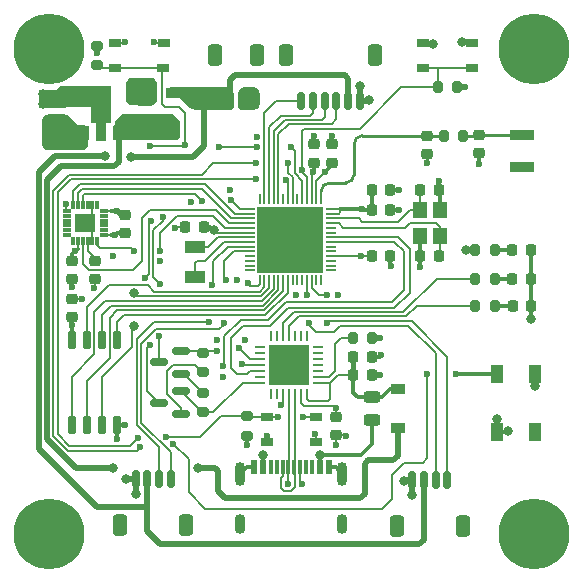
<source format=gbr>
%TF.GenerationSoftware,KiCad,Pcbnew,(6.0.0)*%
%TF.CreationDate,2022-11-20T17:05:32+07:00*%
%TF.ProjectId,ESP32-S3-MINI,45535033-322d-4533-932d-4d494e492e6b,rev?*%
%TF.SameCoordinates,Original*%
%TF.FileFunction,Copper,L1,Top*%
%TF.FilePolarity,Positive*%
%FSLAX46Y46*%
G04 Gerber Fmt 4.6, Leading zero omitted, Abs format (unit mm)*
G04 Created by KiCad (PCBNEW (6.0.0)) date 2022-11-20 17:05:32*
%MOMM*%
%LPD*%
G01*
G04 APERTURE LIST*
G04 Aperture macros list*
%AMRoundRect*
0 Rectangle with rounded corners*
0 $1 Rounding radius*
0 $2 $3 $4 $5 $6 $7 $8 $9 X,Y pos of 4 corners*
0 Add a 4 corners polygon primitive as box body*
4,1,4,$2,$3,$4,$5,$6,$7,$8,$9,$2,$3,0*
0 Add four circle primitives for the rounded corners*
1,1,$1+$1,$2,$3*
1,1,$1+$1,$4,$5*
1,1,$1+$1,$6,$7*
1,1,$1+$1,$8,$9*
0 Add four rect primitives between the rounded corners*
20,1,$1+$1,$2,$3,$4,$5,0*
20,1,$1+$1,$4,$5,$6,$7,0*
20,1,$1+$1,$6,$7,$8,$9,0*
20,1,$1+$1,$8,$9,$2,$3,0*%
%AMFreePoly0*
4,1,9,3.862500,-0.866500,0.737500,-0.866500,0.737500,-0.450000,-0.737500,-0.450000,-0.737500,0.450000,0.737500,0.450000,0.737500,0.866500,3.862500,0.866500,3.862500,-0.866500,3.862500,-0.866500,$1*%
G04 Aperture macros list end*
%TA.AperFunction,SMDPad,CuDef*%
%ADD10RoundRect,0.250000X-0.475000X0.250000X-0.475000X-0.250000X0.475000X-0.250000X0.475000X0.250000X0*%
%TD*%
%TA.AperFunction,ComponentPad*%
%ADD11C,6.000000*%
%TD*%
%TA.AperFunction,SMDPad,CuDef*%
%ADD12RoundRect,0.225000X-0.250000X0.225000X-0.250000X-0.225000X0.250000X-0.225000X0.250000X0.225000X0*%
%TD*%
%TA.AperFunction,SMDPad,CuDef*%
%ADD13RoundRect,0.218750X0.218750X0.256250X-0.218750X0.256250X-0.218750X-0.256250X0.218750X-0.256250X0*%
%TD*%
%TA.AperFunction,SMDPad,CuDef*%
%ADD14RoundRect,0.200000X0.200000X0.275000X-0.200000X0.275000X-0.200000X-0.275000X0.200000X-0.275000X0*%
%TD*%
%TA.AperFunction,SMDPad,CuDef*%
%ADD15RoundRect,0.006600X-0.313400X-0.103400X0.313400X-0.103400X0.313400X0.103400X-0.313400X0.103400X0*%
%TD*%
%TA.AperFunction,SMDPad,CuDef*%
%ADD16RoundRect,0.017600X-0.092400X-0.302400X0.092400X-0.302400X0.092400X0.302400X-0.092400X0.302400X0*%
%TD*%
%TA.AperFunction,SMDPad,CuDef*%
%ADD17R,1.700000X1.540000*%
%TD*%
%TA.AperFunction,SMDPad,CuDef*%
%ADD18RoundRect,0.225000X-0.225000X-0.250000X0.225000X-0.250000X0.225000X0.250000X-0.225000X0.250000X0*%
%TD*%
%TA.AperFunction,SMDPad,CuDef*%
%ADD19R,1.000000X1.500000*%
%TD*%
%TA.AperFunction,SMDPad,CuDef*%
%ADD20RoundRect,0.150000X0.587500X0.150000X-0.587500X0.150000X-0.587500X-0.150000X0.587500X-0.150000X0*%
%TD*%
%TA.AperFunction,SMDPad,CuDef*%
%ADD21RoundRect,0.150000X-0.150000X-0.600000X0.150000X-0.600000X0.150000X0.600000X-0.150000X0.600000X0*%
%TD*%
%TA.AperFunction,SMDPad,CuDef*%
%ADD22RoundRect,0.250000X-0.350000X-0.650000X0.350000X-0.650000X0.350000X0.650000X-0.350000X0.650000X0*%
%TD*%
%TA.AperFunction,SMDPad,CuDef*%
%ADD23RoundRect,0.150000X0.150000X0.600000X-0.150000X0.600000X-0.150000X-0.600000X0.150000X-0.600000X0*%
%TD*%
%TA.AperFunction,SMDPad,CuDef*%
%ADD24RoundRect,0.250000X0.350000X0.650000X-0.350000X0.650000X-0.350000X-0.650000X0.350000X-0.650000X0*%
%TD*%
%TA.AperFunction,SMDPad,CuDef*%
%ADD25RoundRect,0.200000X0.275000X-0.200000X0.275000X0.200000X-0.275000X0.200000X-0.275000X-0.200000X0*%
%TD*%
%TA.AperFunction,SMDPad,CuDef*%
%ADD26R,0.900000X1.300000*%
%TD*%
%TA.AperFunction,SMDPad,CuDef*%
%ADD27FreePoly0,90.000000*%
%TD*%
%TA.AperFunction,SMDPad,CuDef*%
%ADD28RoundRect,0.225000X0.225000X0.250000X-0.225000X0.250000X-0.225000X-0.250000X0.225000X-0.250000X0*%
%TD*%
%TA.AperFunction,SMDPad,CuDef*%
%ADD29RoundRect,0.200000X-0.275000X0.200000X-0.275000X-0.200000X0.275000X-0.200000X0.275000X0.200000X0*%
%TD*%
%TA.AperFunction,SMDPad,CuDef*%
%ADD30R,1.050000X0.650000*%
%TD*%
%TA.AperFunction,SMDPad,CuDef*%
%ADD31RoundRect,0.225000X0.250000X-0.225000X0.250000X0.225000X-0.250000X0.225000X-0.250000X-0.225000X0*%
%TD*%
%TA.AperFunction,SMDPad,CuDef*%
%ADD32RoundRect,0.062500X0.062500X-0.337500X0.062500X0.337500X-0.062500X0.337500X-0.062500X-0.337500X0*%
%TD*%
%TA.AperFunction,SMDPad,CuDef*%
%ADD33RoundRect,0.062500X0.337500X-0.062500X0.337500X0.062500X-0.337500X0.062500X-0.337500X-0.062500X0*%
%TD*%
%TA.AperFunction,SMDPad,CuDef*%
%ADD34R,3.350000X3.350000*%
%TD*%
%TA.AperFunction,SMDPad,CuDef*%
%ADD35R,1.200000X1.400000*%
%TD*%
%TA.AperFunction,SMDPad,CuDef*%
%ADD36RoundRect,0.150000X0.150000X-0.650000X0.150000X0.650000X-0.150000X0.650000X-0.150000X-0.650000X0*%
%TD*%
%TA.AperFunction,SMDPad,CuDef*%
%ADD37RoundRect,0.200000X-0.200000X-0.275000X0.200000X-0.275000X0.200000X0.275000X-0.200000X0.275000X0*%
%TD*%
%TA.AperFunction,SMDPad,CuDef*%
%ADD38R,1.200000X0.900000*%
%TD*%
%TA.AperFunction,SMDPad,CuDef*%
%ADD39RoundRect,0.250000X0.475000X-0.250000X0.475000X0.250000X-0.475000X0.250000X-0.475000X-0.250000X0*%
%TD*%
%TA.AperFunction,SMDPad,CuDef*%
%ADD40R,0.600000X1.160000*%
%TD*%
%TA.AperFunction,SMDPad,CuDef*%
%ADD41R,0.300000X1.160000*%
%TD*%
%TA.AperFunction,ComponentPad*%
%ADD42O,0.900000X1.700000*%
%TD*%
%TA.AperFunction,ComponentPad*%
%ADD43O,0.900000X2.000000*%
%TD*%
%TA.AperFunction,SMDPad,CuDef*%
%ADD44RoundRect,0.243750X0.456250X-0.243750X0.456250X0.243750X-0.456250X0.243750X-0.456250X-0.243750X0*%
%TD*%
%TA.AperFunction,SMDPad,CuDef*%
%ADD45R,1.800000X1.000000*%
%TD*%
%TA.AperFunction,SMDPad,CuDef*%
%ADD46R,2.000000X0.925000*%
%TD*%
%TA.AperFunction,SMDPad,CuDef*%
%ADD47RoundRect,0.050000X-0.050000X0.387500X-0.050000X-0.387500X0.050000X-0.387500X0.050000X0.387500X0*%
%TD*%
%TA.AperFunction,SMDPad,CuDef*%
%ADD48RoundRect,0.050000X-0.387500X0.050000X-0.387500X-0.050000X0.387500X-0.050000X0.387500X0.050000X0*%
%TD*%
%TA.AperFunction,SMDPad,CuDef*%
%ADD49R,5.600000X5.600000*%
%TD*%
%TA.AperFunction,ViaPad*%
%ADD50C,0.600000*%
%TD*%
%TA.AperFunction,ViaPad*%
%ADD51C,0.800000*%
%TD*%
%TA.AperFunction,Conductor*%
%ADD52C,0.150000*%
%TD*%
%TA.AperFunction,Conductor*%
%ADD53C,0.300000*%
%TD*%
%TA.AperFunction,Conductor*%
%ADD54C,0.500000*%
%TD*%
%TA.AperFunction,Conductor*%
%ADD55C,0.200000*%
%TD*%
%TA.AperFunction,Conductor*%
%ADD56C,0.290000*%
%TD*%
%TA.AperFunction,Conductor*%
%ADD57C,0.400000*%
%TD*%
G04 APERTURE END LIST*
D10*
%TO.P,C16,1*%
%TO.N,+3V3*%
X100200000Y-112750000D03*
%TO.P,C16,2*%
%TO.N,GND*%
X100200000Y-114650000D03*
%TD*%
D11*
%TO.P,H4,1*%
%TO.N,N/C*%
X99500000Y-149500000D03*
%TD*%
D12*
%TO.P,C10,1*%
%TO.N,Net-(C10-Pad1)*%
X135900000Y-115725000D03*
%TO.P,C10,2*%
%TO.N,GND*%
X135900000Y-117275000D03*
%TD*%
D13*
%TO.P,D2,1,K*%
%TO.N,GND*%
X140300000Y-130200000D03*
%TO.P,D2,2,A*%
%TO.N,Net-(D2-Pad2)*%
X138725000Y-130200000D03*
%TD*%
D14*
%TO.P,R6,1*%
%TO.N,+3V3*%
X126850000Y-132900000D03*
%TO.P,R6,2*%
%TO.N,/~{RESET}*%
X125200000Y-132900000D03*
%TD*%
D15*
%TO.P,U6,1,RESV_1*%
%TO.N,+3V3*%
X101000000Y-122200000D03*
%TO.P,U6,2,NC*%
%TO.N,unconnected-(U6-Pad2)*%
X101000000Y-122600000D03*
%TO.P,U6,3,NC*%
%TO.N,unconnected-(U6-Pad3)*%
X101000000Y-123000000D03*
%TO.P,U6,4,NC*%
%TO.N,unconnected-(U6-Pad4)*%
X101000000Y-123400000D03*
%TO.P,U6,5,NC*%
%TO.N,unconnected-(U6-Pad5)*%
X101000000Y-123800000D03*
%TO.P,U6,6,NC*%
%TO.N,unconnected-(U6-Pad6)*%
X101000000Y-124200000D03*
D16*
%TO.P,U6,7,AUX_CL*%
%TO.N,unconnected-(U6-Pad7)*%
X101545000Y-124745000D03*
%TO.P,U6,8,VDDIO*%
%TO.N,+3V3*%
X101945000Y-124745000D03*
%TO.P,U6,9,AD0/SDO*%
%TO.N,/SPI2_MISO*%
X102345000Y-124745000D03*
%TO.P,U6,10,REGOUT*%
%TO.N,/REGOUT*%
X102745000Y-124745000D03*
%TO.P,U6,11,FSYNC*%
%TO.N,GND*%
X103145000Y-124745000D03*
%TO.P,U6,12,INT*%
%TO.N,/GYRO_INT*%
X103545000Y-124745000D03*
D15*
%TO.P,U6,13,VDD*%
%TO.N,+3V3*%
X104090000Y-124200000D03*
%TO.P,U6,14,NC*%
%TO.N,unconnected-(U6-Pad14)*%
X104090000Y-123800000D03*
%TO.P,U6,15,NC*%
%TO.N,unconnected-(U6-Pad15)*%
X104090000Y-123400000D03*
%TO.P,U6,16,NC*%
%TO.N,unconnected-(U6-Pad16)*%
X104090000Y-123000000D03*
%TO.P,U6,17,NC*%
%TO.N,unconnected-(U6-Pad17)*%
X104090000Y-122600000D03*
%TO.P,U6,18,GND*%
%TO.N,GND*%
X104090000Y-122200000D03*
D16*
%TO.P,U6,19,RESV_19*%
%TO.N,unconnected-(U6-Pad19)*%
X103545000Y-121655000D03*
%TO.P,U6,20,RESV_20*%
%TO.N,GND*%
X103145000Y-121655000D03*
%TO.P,U6,21,AUX_DA*%
%TO.N,unconnected-(U6-Pad21)*%
X102745000Y-121655000D03*
%TO.P,U6,22,~{CS}*%
%TO.N,/SPI2_CS*%
X102345000Y-121655000D03*
%TO.P,U6,23,SCL/SCLK*%
%TO.N,/SPI2_CLK*%
X101945000Y-121655000D03*
%TO.P,U6,24,SDA/SDI*%
%TO.N,/SPI2_MOSI*%
X101545000Y-121655000D03*
D17*
%TO.P,U6,25,EXP*%
%TO.N,GND*%
X102545000Y-123200000D03*
%TD*%
D18*
%TO.P,C6,1*%
%TO.N,GND*%
X111025000Y-123500000D03*
%TO.P,C6,2*%
%TO.N,+3V3*%
X112575000Y-123500000D03*
%TD*%
D19*
%TO.P,D4,1,VDD*%
%TO.N,+3V3*%
X137400000Y-140850000D03*
%TO.P,D4,2,DOUT*%
%TO.N,unconnected-(D4-Pad2)*%
X140600000Y-140850000D03*
%TO.P,D4,3,VSS*%
%TO.N,GND*%
X140600000Y-135950000D03*
%TO.P,D4,4,DIN*%
%TO.N,/WS2812B*%
X137400000Y-135950000D03*
%TD*%
D20*
%TO.P,Q2,1,B*%
%TO.N,Net-(Q2-Pad1)*%
X110637500Y-139350000D03*
%TO.P,Q2,2,E*%
%TO.N,/~{DTR}*%
X110637500Y-137450000D03*
%TO.P,Q2,3,C*%
%TO.N,/BOOT*%
X108762500Y-138400000D03*
%TD*%
D12*
%TO.P,C14,1*%
%TO.N,+3V3*%
X123800000Y-139625000D03*
%TO.P,C14,2*%
%TO.N,GND*%
X123800000Y-141175000D03*
%TD*%
D11*
%TO.P,H2,1*%
%TO.N,N/C*%
X140500000Y-108500000D03*
%TD*%
D14*
%TO.P,R7,1*%
%TO.N,Net-(D1-Pad2)*%
X137225000Y-127900000D03*
%TO.P,R7,2*%
%TO.N,/~{TXT}*%
X135575000Y-127900000D03*
%TD*%
D21*
%TO.P,J5,1,Pin_1*%
%TO.N,GND*%
X106800000Y-144875000D03*
%TO.P,J5,2,Pin_2*%
%TO.N,+5V*%
X107800000Y-144875000D03*
%TO.P,J5,3,Pin_3*%
%TO.N,/UART1_TX*%
X108800000Y-144875000D03*
%TO.P,J5,4,Pin_4*%
%TO.N,/UART1_RX*%
X109800000Y-144875000D03*
D22*
%TO.P,J5,MP*%
%TO.N,N/C*%
X105500000Y-148775000D03*
X111100000Y-148775000D03*
%TD*%
D23*
%TO.P,J2,1,Pin_1*%
%TO.N,GND*%
X125800000Y-112870000D03*
%TO.P,J2,2,Pin_2*%
%TO.N,+5V*%
X124800000Y-112870000D03*
%TO.P,J2,3,Pin_3*%
%TO.N,/S1_OUT*%
X123800000Y-112870000D03*
%TO.P,J2,4,Pin_4*%
%TO.N,/S2_OUT*%
X122800000Y-112870000D03*
%TO.P,J2,5,Pin_5*%
%TO.N,/S3_OUT*%
X121800000Y-112870000D03*
%TO.P,J2,6,Pin_6*%
%TO.N,/S4_OUT*%
X120800000Y-112870000D03*
D24*
%TO.P,J2,MP*%
%TO.N,N/C*%
X119500000Y-108970000D03*
X127100000Y-108970000D03*
%TD*%
D25*
%TO.P,R4,1*%
%TO.N,/~{DTR}*%
X112500000Y-139225000D03*
%TO.P,R4,2*%
%TO.N,Net-(Q1-Pad1)*%
X112500000Y-137575000D03*
%TD*%
D20*
%TO.P,Q1,1,B*%
%TO.N,Net-(Q1-Pad1)*%
X110637500Y-135950000D03*
%TO.P,Q1,2,E*%
%TO.N,/~{RST}*%
X110637500Y-134050000D03*
%TO.P,Q1,3,C*%
%TO.N,/RESET*%
X108762500Y-135000000D03*
%TD*%
D26*
%TO.P,U5,1,GND*%
%TO.N,GND*%
X102400000Y-115550000D03*
D27*
%TO.P,U5,2,VO*%
%TO.N,+3V3*%
X103900000Y-115462500D03*
D26*
%TO.P,U5,3,VI*%
%TO.N,/VIN*%
X105400000Y-115550000D03*
%TD*%
D28*
%TO.P,C5,1*%
%TO.N,GND*%
X128375000Y-126000000D03*
%TO.P,C5,2*%
%TO.N,+3V3*%
X126825000Y-126000000D03*
%TD*%
D29*
%TO.P,R5,1*%
%TO.N,/~{RST}*%
X112500000Y-134175000D03*
%TO.P,R5,2*%
%TO.N,Net-(Q2-Pad1)*%
X112500000Y-135825000D03*
%TD*%
D28*
%TO.P,C12,1*%
%TO.N,GND*%
X126800000Y-136100000D03*
%TO.P,C12,2*%
%TO.N,/VUSB*%
X125250000Y-136100000D03*
%TD*%
D23*
%TO.P,J4,1,Pin_1*%
%TO.N,GND*%
X115800000Y-112870000D03*
%TO.P,J4,2,Pin_2*%
%TO.N,+5V*%
X114800000Y-112870000D03*
D24*
%TO.P,J4,MP*%
%TO.N,N/C*%
X113500000Y-108970000D03*
X117100000Y-108970000D03*
%TD*%
D12*
%TO.P,C11,1*%
%TO.N,/LNA_IN{slash}RF*%
X131500000Y-115825000D03*
%TO.P,C11,2*%
%TO.N,GND*%
X131500000Y-117375000D03*
%TD*%
D18*
%TO.P,C7,1*%
%TO.N,/XTAL_P*%
X130925000Y-120400000D03*
%TO.P,C7,2*%
%TO.N,GND*%
X132475000Y-120400000D03*
%TD*%
D30*
%TO.P,SW1,1,1*%
%TO.N,GND*%
X135275000Y-107925000D03*
X131125000Y-107925000D03*
%TO.P,SW1,2,2*%
%TO.N,/RESET*%
X135250000Y-110075000D03*
X131125000Y-110075000D03*
%TD*%
D31*
%TO.P,C18,1*%
%TO.N,GND*%
X103345000Y-127950000D03*
%TO.P,C18,2*%
%TO.N,/REGOUT*%
X103345000Y-126400000D03*
%TD*%
D32*
%TO.P,U4,1,~{DCD}*%
%TO.N,unconnected-(U4-Pad1)*%
X118300000Y-137650000D03*
%TO.P,U4,2,~{RI}/CLK*%
%TO.N,unconnected-(U4-Pad2)*%
X118800000Y-137650000D03*
%TO.P,U4,3,GND*%
%TO.N,GND*%
X119300000Y-137650000D03*
%TO.P,U4,4,D+*%
%TO.N,/USB_D+*%
X119800000Y-137650000D03*
%TO.P,U4,5,D-*%
%TO.N,/USB_D-*%
X120300000Y-137650000D03*
%TO.P,U4,6,VDD*%
%TO.N,+3V3*%
X120800000Y-137650000D03*
%TO.P,U4,7,VREGIN*%
%TO.N,/VUSB*%
X121300000Y-137650000D03*
D33*
%TO.P,U4,8,VBUS*%
X122250000Y-136700000D03*
%TO.P,U4,9,~{RST}*%
%TO.N,/~{RESET}*%
X122250000Y-136200000D03*
%TO.P,U4,10,NC*%
%TO.N,unconnected-(U4-Pad10)*%
X122250000Y-135700000D03*
%TO.P,U4,11,~{SUSPEND}*%
%TO.N,unconnected-(U4-Pad11)*%
X122250000Y-135200000D03*
%TO.P,U4,12,SUSPEND*%
%TO.N,unconnected-(U4-Pad12)*%
X122250000Y-134700000D03*
%TO.P,U4,13,CHREN*%
%TO.N,unconnected-(U4-Pad13)*%
X122250000Y-134200000D03*
%TO.P,U4,14,CHR1*%
%TO.N,unconnected-(U4-Pad14)*%
X122250000Y-133700000D03*
D32*
%TO.P,U4,15,CHR0*%
%TO.N,unconnected-(U4-Pad15)*%
X121300000Y-132750000D03*
%TO.P,U4,16,~{WAKEUP}/GPIO.3*%
%TO.N,unconnected-(U4-Pad16)*%
X120800000Y-132750000D03*
%TO.P,U4,17,RS485/GPIO.2*%
%TO.N,unconnected-(U4-Pad17)*%
X120300000Y-132750000D03*
%TO.P,U4,18,~{RXT}/GPIO.1*%
%TO.N,/~{RXT}*%
X119800000Y-132750000D03*
%TO.P,U4,19,~{TXT}/GPIO.0*%
%TO.N,/~{TXT}*%
X119300000Y-132750000D03*
%TO.P,U4,20,GPIO.6*%
%TO.N,unconnected-(U4-Pad20)*%
X118800000Y-132750000D03*
%TO.P,U4,21,GPIO.5*%
%TO.N,unconnected-(U4-Pad21)*%
X118300000Y-132750000D03*
D33*
%TO.P,U4,22,GPIO.4*%
%TO.N,unconnected-(U4-Pad22)*%
X117350000Y-133700000D03*
%TO.P,U4,23,~{CTS}*%
%TO.N,unconnected-(U4-Pad23)*%
X117350000Y-134200000D03*
%TO.P,U4,24,~{RTS}*%
%TO.N,/~{RST}*%
X117350000Y-134700000D03*
%TO.P,U4,25,RXD*%
%TO.N,/UART_RX*%
X117350000Y-135200000D03*
%TO.P,U4,26,TXD*%
%TO.N,/UART_TX*%
X117350000Y-135700000D03*
%TO.P,U4,27,~{DSR}*%
%TO.N,unconnected-(U4-Pad27)*%
X117350000Y-136200000D03*
%TO.P,U4,28,~{DTR}*%
%TO.N,/~{DTR}*%
X117350000Y-136700000D03*
D34*
%TO.P,U4,29,GND*%
%TO.N,GND*%
X119800000Y-135200000D03*
%TD*%
D35*
%TO.P,Y2,1,1*%
%TO.N,/XTAL_P*%
X130850000Y-122100000D03*
%TO.P,Y2,2,2*%
%TO.N,GND*%
X130850000Y-124300000D03*
%TO.P,Y2,3,3*%
%TO.N,/XTAL_N*%
X132550000Y-124300000D03*
%TO.P,Y2,4,4*%
%TO.N,GND*%
X132550000Y-122100000D03*
%TD*%
D36*
%TO.P,U2,1,~{CS}*%
%TO.N,/SPI_CS0*%
X101395000Y-140300000D03*
%TO.P,U2,2,DO(IO1)*%
%TO.N,/SPI_Q*%
X102665000Y-140300000D03*
%TO.P,U2,3,IO2*%
%TO.N,/SPI_WP*%
X103935000Y-140300000D03*
%TO.P,U2,4,GND*%
%TO.N,GND*%
X105205000Y-140300000D03*
%TO.P,U2,5,DI(IO0)*%
%TO.N,/SPI_D*%
X105205000Y-133100000D03*
%TO.P,U2,6,CLK*%
%TO.N,/SPI_CLK*%
X103935000Y-133100000D03*
%TO.P,U2,7,IO3*%
%TO.N,/SPI_HD*%
X102665000Y-133100000D03*
%TO.P,U2,8,VCC*%
%TO.N,+3V3*%
X101395000Y-133100000D03*
%TD*%
D11*
%TO.P,H1,1*%
%TO.N,N/C*%
X99500000Y-108500000D03*
%TD*%
D21*
%TO.P,J3,1,Pin_1*%
%TO.N,GND*%
X130200000Y-144975000D03*
%TO.P,J3,2,Pin_2*%
%TO.N,+5V*%
X131200000Y-144975000D03*
%TO.P,J3,3,Pin_3*%
%TO.N,/I2C_SCL*%
X132200000Y-144975000D03*
%TO.P,J3,4,Pin_4*%
%TO.N,/I2C_SDA*%
X133200000Y-144975000D03*
D22*
%TO.P,J3,MP*%
%TO.N,N/C*%
X134500000Y-148875000D03*
X128900000Y-148875000D03*
%TD*%
D37*
%TO.P,R2,1*%
%TO.N,/RESET*%
X132375000Y-111700000D03*
%TO.P,R2,2*%
%TO.N,+3V3*%
X134025000Y-111700000D03*
%TD*%
D12*
%TO.P,C3,1*%
%TO.N,GND*%
X121900000Y-116525000D03*
%TO.P,C3,2*%
%TO.N,+3V3*%
X121900000Y-118075000D03*
%TD*%
D13*
%TO.P,D6,1,K*%
%TO.N,GND*%
X140287500Y-125500000D03*
%TO.P,D6,2,A*%
%TO.N,Net-(D6-Pad2)*%
X138712500Y-125500000D03*
%TD*%
D14*
%TO.P,R1,1*%
%TO.N,Net-(C10-Pad1)*%
X134525000Y-115800000D03*
%TO.P,R1,2*%
%TO.N,/LNA_IN{slash}RF*%
X132875000Y-115800000D03*
%TD*%
D38*
%TO.P,D5,1,K*%
%TO.N,/VIN*%
X110000000Y-115450000D03*
%TO.P,D5,2,A*%
%TO.N,+5V*%
X110000000Y-112150000D03*
%TD*%
D18*
%TO.P,C13,1*%
%TO.N,/VUSB*%
X125250000Y-134500000D03*
%TO.P,C13,2*%
%TO.N,GND*%
X126800000Y-134500000D03*
%TD*%
D12*
%TO.P,C19,1*%
%TO.N,GND*%
X105945000Y-122525000D03*
%TO.P,C19,2*%
%TO.N,+3V3*%
X105945000Y-124075000D03*
%TD*%
D11*
%TO.P,H3,1*%
%TO.N,N/C*%
X140500000Y-149500000D03*
%TD*%
D12*
%TO.P,C4,1*%
%TO.N,GND*%
X123400000Y-116525000D03*
%TO.P,C4,2*%
%TO.N,+3V3*%
X123400000Y-118075000D03*
%TD*%
D25*
%TO.P,R3,1*%
%TO.N,/BOOT*%
X103500000Y-109825000D03*
%TO.P,R3,2*%
%TO.N,+3V3*%
X103500000Y-108175000D03*
%TD*%
D28*
%TO.P,C1,1*%
%TO.N,GND*%
X128375000Y-122100000D03*
%TO.P,C1,2*%
%TO.N,+3V3*%
X126825000Y-122100000D03*
%TD*%
%TO.P,C8,1*%
%TO.N,/XTAL_N*%
X132475000Y-126000000D03*
%TO.P,C8,2*%
%TO.N,GND*%
X130925000Y-126000000D03*
%TD*%
D38*
%TO.P,D3,1,K*%
%TO.N,/VIN*%
X129000000Y-140550000D03*
%TO.P,D3,2,A*%
%TO.N,/VUSB*%
X129000000Y-137250000D03*
%TD*%
D12*
%TO.P,C9,1*%
%TO.N,GND*%
X101445000Y-129625000D03*
%TO.P,C9,2*%
%TO.N,+3V3*%
X101445000Y-131175000D03*
%TD*%
D30*
%TO.P,SW2,1,1*%
%TO.N,GND*%
X105025000Y-107925000D03*
X109175000Y-107925000D03*
%TO.P,SW2,2,2*%
%TO.N,/BOOT*%
X105025000Y-110075000D03*
X109150000Y-110075000D03*
%TD*%
D39*
%TO.P,C15,1*%
%TO.N,/VIN*%
X107600000Y-114650000D03*
%TO.P,C15,2*%
%TO.N,GND*%
X107600000Y-112750000D03*
%TD*%
D28*
%TO.P,C2,1*%
%TO.N,GND*%
X128375000Y-120400000D03*
%TO.P,C2,2*%
%TO.N,+3V3*%
X126825000Y-120400000D03*
%TD*%
D13*
%TO.P,D1,1,K*%
%TO.N,GND*%
X140287500Y-127900000D03*
%TO.P,D1,2,A*%
%TO.N,Net-(D1-Pad2)*%
X138712500Y-127900000D03*
%TD*%
D31*
%TO.P,C17,1*%
%TO.N,GND*%
X101445000Y-127950000D03*
%TO.P,C17,2*%
%TO.N,+3V3*%
X101445000Y-126400000D03*
%TD*%
D14*
%TO.P,R10,1*%
%TO.N,Net-(D6-Pad2)*%
X137225000Y-125500000D03*
%TO.P,R10,2*%
%TO.N,+3V3*%
X135575000Y-125500000D03*
%TD*%
D40*
%TO.P,J1,A1,GND*%
%TO.N,GND*%
X116800000Y-143890000D03*
%TO.P,J1,A4,VBUS*%
%TO.N,/VBUS*%
X117600000Y-143890000D03*
D41*
%TO.P,J1,A5,CC1*%
%TO.N,unconnected-(J1-PadA5)*%
X118750000Y-143890000D03*
%TO.P,J1,A6,D+*%
%TO.N,/USB_D+*%
X119750000Y-143890000D03*
%TO.P,J1,A7,D-*%
%TO.N,/USB_D-*%
X120250000Y-143890000D03*
%TO.P,J1,A8,SBU1*%
%TO.N,unconnected-(J1-PadA8)*%
X121250000Y-143890000D03*
D40*
%TO.P,J1,A9,VBUS*%
%TO.N,/VBUS*%
X122400000Y-143890000D03*
%TO.P,J1,A12,GND*%
%TO.N,GND*%
X123200000Y-143890000D03*
%TO.P,J1,B1,GND*%
X123200000Y-143890000D03*
%TO.P,J1,B4,VBUS*%
%TO.N,/VBUS*%
X122400000Y-143890000D03*
D41*
%TO.P,J1,B5,CC2*%
%TO.N,unconnected-(J1-PadB5)*%
X121750000Y-143890000D03*
%TO.P,J1,B6,D+*%
%TO.N,/USB_D+*%
X120750000Y-143890000D03*
%TO.P,J1,B7,D-*%
%TO.N,/USB_D-*%
X119250000Y-143890000D03*
%TO.P,J1,B8,SBU2*%
%TO.N,unconnected-(J1-PadB8)*%
X118250000Y-143890000D03*
D40*
%TO.P,J1,B9,VBUS*%
%TO.N,/VBUS*%
X117600000Y-143890000D03*
%TO.P,J1,B12,GND*%
%TO.N,GND*%
X116800000Y-143890000D03*
D42*
%TO.P,J1,S1,SHIELD*%
X115680000Y-148640000D03*
D43*
X115680000Y-144470000D03*
D42*
X124320000Y-148640000D03*
D43*
X124320000Y-144470000D03*
%TD*%
D44*
%TO.P,F1,1*%
%TO.N,/VBUS*%
X126800000Y-139837500D03*
%TO.P,F1,2*%
%TO.N,/VUSB*%
X126800000Y-137962500D03*
%TD*%
D14*
%TO.P,R8,1*%
%TO.N,Net-(D2-Pad2)*%
X137225000Y-130200000D03*
%TO.P,R8,2*%
%TO.N,/~{RXT}*%
X135575000Y-130200000D03*
%TD*%
D30*
%TO.P,SW3,1,1*%
%TO.N,+3V3*%
X122075000Y-141775000D03*
X117925000Y-141775000D03*
%TO.P,SW3,2,2*%
%TO.N,/USER_BTN*%
X117950000Y-139625000D03*
X122075000Y-139625000D03*
%TD*%
D25*
%TO.P,R9,1*%
%TO.N,GND*%
X116200000Y-141225000D03*
%TO.P,R9,2*%
%TO.N,/USER_BTN*%
X116200000Y-139575000D03*
%TD*%
D45*
%TO.P,Y1,1,1*%
%TO.N,/XTAL_32K_N*%
X111800000Y-127750000D03*
%TO.P,Y1,2,2*%
%TO.N,/XTAL_32K_P*%
X111800000Y-125250000D03*
%TD*%
D46*
%TO.P,U3,1*%
%TO.N,Net-(C10-Pad1)*%
X139500000Y-115750000D03*
%TO.P,U3,2*%
%TO.N,unconnected-(U3-Pad2)*%
X139500000Y-118450000D03*
%TD*%
D47*
%TO.P,U1,1,LNA_IN/RF*%
%TO.N,/LNA_IN{slash}RF*%
X122500000Y-121162500D03*
%TO.P,U1,2,VDD3P3*%
%TO.N,+3V3*%
X122100000Y-121162500D03*
%TO.P,U1,3,VDD3P3*%
X121700000Y-121162500D03*
%TO.P,U1,4,CHIP_PU/RESET*%
%TO.N,/RESET*%
X121300000Y-121162500D03*
%TO.P,U1,5,GPIO0/BOOT*%
%TO.N,/BOOT*%
X120900000Y-121162500D03*
%TO.P,U1,6,GPIO1/ADC1_CH0*%
%TO.N,unconnected-(U1-Pad6)*%
X120500000Y-121162500D03*
%TO.P,U1,7,GPIO2/ADC1_CH1*%
%TO.N,/WS2812B*%
X120100000Y-121162500D03*
%TO.P,U1,8,GPIO3/ADC1_CH2*%
%TO.N,/USER_BTN*%
X119700000Y-121162500D03*
%TO.P,U1,9,GPIO4/ADC1_CH3*%
%TO.N,unconnected-(U1-Pad9)*%
X119300000Y-121162500D03*
%TO.P,U1,10,GPIO5/ADC1_CH4*%
%TO.N,/S1_OUT*%
X118900000Y-121162500D03*
%TO.P,U1,11,GPIO6/ADC1_CH5*%
%TO.N,/S2_OUT*%
X118500000Y-121162500D03*
%TO.P,U1,12,GPIO7/ADC1_CH6*%
%TO.N,/S3_OUT*%
X118100000Y-121162500D03*
%TO.P,U1,13,GPIO8/ADC1_CH7*%
%TO.N,/S4_OUT*%
X117700000Y-121162500D03*
%TO.P,U1,14,GPIO9/ADC1_CH8*%
%TO.N,unconnected-(U1-Pad14)*%
X117300000Y-121162500D03*
D48*
%TO.P,U1,15,GPIO10/ADC1_CH9*%
%TO.N,/SPI2_CS*%
X116462500Y-122000000D03*
%TO.P,U1,16,GPIO11/ADC2_CH0*%
%TO.N,/SPI2_MOSI*%
X116462500Y-122400000D03*
%TO.P,U1,17,GPIO12/ADC2_CH1*%
%TO.N,/SPI2_CLK*%
X116462500Y-122800000D03*
%TO.P,U1,18,GPIO13/ADC2_CH2*%
%TO.N,/SPI2_MISO*%
X116462500Y-123200000D03*
%TO.P,U1,19,GPIO14/ADC2_CH3*%
%TO.N,/GYRO_INT*%
X116462500Y-123600000D03*
%TO.P,U1,20,VDD3P3_RTC*%
%TO.N,+3V3*%
X116462500Y-124000000D03*
%TO.P,U1,21,GPIO15/ADC2_CH4/XTAL_32K_P*%
%TO.N,/XTAL_32K_P*%
X116462500Y-124400000D03*
%TO.P,U1,22,GPIO16/ADC2_CH5/XTAL_32K_N*%
%TO.N,/XTAL_32K_N*%
X116462500Y-124800000D03*
%TO.P,U1,23,GPIO17/ADC2_CH6/DAC_2*%
%TO.N,/UART1_TX*%
X116462500Y-125200000D03*
%TO.P,U1,24,GPIO18/ADC2_CH7/DAC_1*%
%TO.N,/UART1_RX*%
X116462500Y-125600000D03*
%TO.P,U1,25,GPIO19/USB_D-/ADC2_CH8*%
%TO.N,unconnected-(U1-Pad25)*%
X116462500Y-126000000D03*
%TO.P,U1,26,GPIO20/USB_D+/ADC2_CH9*%
%TO.N,unconnected-(U1-Pad26)*%
X116462500Y-126400000D03*
%TO.P,U1,27,GPIO21*%
%TO.N,unconnected-(U1-Pad27)*%
X116462500Y-126800000D03*
%TO.P,U1,28,SPI_CS1/GPIO26*%
%TO.N,unconnected-(U1-Pad28)*%
X116462500Y-127200000D03*
D47*
%TO.P,U1,29,VDD_SPI*%
%TO.N,+3V3*%
X117300000Y-128037500D03*
%TO.P,U1,30,SPIHD/GPIO27*%
%TO.N,/SPI_HD*%
X117700000Y-128037500D03*
%TO.P,U1,31,SPIWP/GPIO28*%
%TO.N,/SPI_WP*%
X118100000Y-128037500D03*
%TO.P,U1,32,SPICS0/GPIO29*%
%TO.N,/SPI_CS0*%
X118500000Y-128037500D03*
%TO.P,U1,33,SPICLK/GPIO30*%
%TO.N,/SPI_CLK*%
X118900000Y-128037500D03*
%TO.P,U1,34,SPIQ/GPIO31*%
%TO.N,/SPI_Q*%
X119300000Y-128037500D03*
%TO.P,U1,35,SPID/GPIO32*%
%TO.N,/SPI_D*%
X119700000Y-128037500D03*
%TO.P,U1,36,SPICLK_N/GPIO48*%
%TO.N,unconnected-(U1-Pad36)*%
X120100000Y-128037500D03*
%TO.P,U1,37,SPICLK_P/GPIO47*%
%TO.N,unconnected-(U1-Pad37)*%
X120500000Y-128037500D03*
%TO.P,U1,38,GPIO33*%
%TO.N,unconnected-(U1-Pad38)*%
X120900000Y-128037500D03*
%TO.P,U1,39,GPIO34*%
%TO.N,/I2C_SCL*%
X121300000Y-128037500D03*
%TO.P,U1,40,GPIO35*%
%TO.N,/I2C_SDA*%
X121700000Y-128037500D03*
%TO.P,U1,41,GPIO36*%
%TO.N,unconnected-(U1-Pad41)*%
X122100000Y-128037500D03*
%TO.P,U1,42,GPIO37*%
%TO.N,unconnected-(U1-Pad42)*%
X122500000Y-128037500D03*
D48*
%TO.P,U1,43,GPIO38*%
%TO.N,unconnected-(U1-Pad43)*%
X123337500Y-127200000D03*
%TO.P,U1,44,MTCK/JTAG/GPIO39*%
%TO.N,unconnected-(U1-Pad44)*%
X123337500Y-126800000D03*
%TO.P,U1,45,MTDO/JTAG/GPIO40*%
%TO.N,unconnected-(U1-Pad45)*%
X123337500Y-126400000D03*
%TO.P,U1,46,VDD3P3_CPU*%
%TO.N,+3V3*%
X123337500Y-126000000D03*
%TO.P,U1,47,MTDI/JTAG/GPIO41*%
%TO.N,unconnected-(U1-Pad47)*%
X123337500Y-125600000D03*
%TO.P,U1,48,MTMS/JTAG/GPIO42*%
%TO.N,unconnected-(U1-Pad48)*%
X123337500Y-125200000D03*
%TO.P,U1,49,U0TXD/PROG/GPIO43*%
%TO.N,/UART_RX*%
X123337500Y-124800000D03*
%TO.P,U1,50,U0RXD/PROG/GPIO44*%
%TO.N,/UART_TX*%
X123337500Y-124400000D03*
%TO.P,U1,51,GPIO45*%
%TO.N,unconnected-(U1-Pad51)*%
X123337500Y-124000000D03*
%TO.P,U1,52,GPIO46*%
%TO.N,unconnected-(U1-Pad52)*%
X123337500Y-123600000D03*
%TO.P,U1,53,XTAL_N*%
%TO.N,/XTAL_N*%
X123337500Y-123200000D03*
%TO.P,U1,54,XTAL_P*%
%TO.N,/XTAL_P*%
X123337500Y-122800000D03*
%TO.P,U1,55,VDDA*%
%TO.N,+3V3*%
X123337500Y-122400000D03*
%TO.P,U1,56,VDDA*%
X123337500Y-122000000D03*
D49*
%TO.P,U1,57,GND*%
%TO.N,GND*%
X119900000Y-124600000D03*
%TD*%
D50*
%TO.N,GND*%
X123400000Y-115800000D03*
X117100000Y-115900000D03*
X102300000Y-116500000D03*
D51*
X116700000Y-113200000D03*
D50*
X130900000Y-126900000D03*
X104900000Y-126000000D03*
X121100000Y-133900000D03*
X105900000Y-107900000D03*
X100300000Y-115600000D03*
X119900000Y-124600000D03*
X103300000Y-128700000D03*
X131500000Y-118100000D03*
X103100000Y-123200000D03*
D51*
X132000000Y-108000000D03*
D50*
X108100000Y-111200000D03*
X111500000Y-121400000D03*
X106800000Y-111200000D03*
D51*
X106000000Y-144900000D03*
D50*
X110106233Y-123606233D03*
X118500000Y-133900000D03*
X120400000Y-129300000D03*
X114200000Y-136200000D03*
X101200000Y-116500000D03*
X129100000Y-122100000D03*
D51*
X116700000Y-112100000D03*
D50*
X121100000Y-136500000D03*
X118800000Y-125800000D03*
X121000000Y-123400000D03*
X127600000Y-134400000D03*
X108900000Y-126399503D03*
X132500000Y-119600000D03*
X121000000Y-125800000D03*
D51*
X140600000Y-137000000D03*
X126600000Y-112800000D03*
D50*
X105200000Y-141500000D03*
D51*
X130200000Y-146200000D03*
D50*
X118500000Y-136500000D03*
X102300000Y-129600000D03*
X108400000Y-107900000D03*
X124600000Y-141200000D03*
X121900000Y-115800000D03*
X113700000Y-133100000D03*
X127500000Y-136100000D03*
X116200000Y-142000000D03*
X105900000Y-140300000D03*
X123800000Y-142000000D03*
X105200000Y-122200000D03*
D51*
X119800000Y-135200000D03*
D50*
X118800000Y-123400000D03*
D51*
X129500000Y-145000000D03*
D50*
X107500000Y-111900000D03*
X119100000Y-138600000D03*
D51*
X134400000Y-107900000D03*
X140300000Y-131300000D03*
D50*
X135900000Y-118200000D03*
X116100000Y-133100000D03*
X101400000Y-128600000D03*
X129100000Y-120400000D03*
X115400000Y-128000000D03*
X102000000Y-123200000D03*
X128400000Y-126800000D03*
D51*
X106800000Y-146100000D03*
D50*
X100300000Y-116500000D03*
X123900000Y-129300000D03*
X114800000Y-120400000D03*
D51*
X125800000Y-111600000D03*
D50*
X99400000Y-116500000D03*
%TO.N,+3V3*%
X123800000Y-138900000D03*
X121800000Y-118900000D03*
X122800000Y-118900000D03*
X134700000Y-111700000D03*
X127500000Y-132900000D03*
X101700000Y-125600000D03*
D51*
X113452973Y-123821620D03*
X134800000Y-125500000D03*
X99000000Y-113100000D03*
D50*
X122000000Y-141100000D03*
X101395000Y-131795000D03*
X116300000Y-128300000D03*
X103500000Y-108800000D03*
X105100000Y-124200000D03*
X100900000Y-121600000D03*
X126000000Y-122000000D03*
X117900000Y-141200000D03*
D51*
X137400000Y-139800000D03*
X99000000Y-112300000D03*
X138300000Y-140800000D03*
D50*
X125900000Y-126000000D03*
D51*
%TO.N,+5V*%
X106400000Y-117600000D03*
X104200000Y-117550500D03*
D50*
%TO.N,/WS2812B*%
X131500000Y-136000000D03*
X119725500Y-118100000D03*
X110000000Y-141918267D03*
X133900000Y-136000000D03*
X117000000Y-118100000D03*
X107200000Y-142200000D03*
D51*
%TO.N,/VBUS*%
X122400000Y-142800000D03*
X117600000Y-142800000D03*
D50*
%TO.N,/USB_D+*%
X120900000Y-145300000D03*
X119700011Y-145300000D03*
%TO.N,/I2C_SDA*%
X123000000Y-131700000D03*
X123000000Y-129325500D03*
%TO.N,/I2C_SCL*%
X121500000Y-131673540D03*
X121300000Y-129300000D03*
%TO.N,/~{RST}*%
X113725500Y-134000000D03*
X115574500Y-133800000D03*
%TO.N,/RESET*%
X120874500Y-118700000D03*
X109100000Y-122700000D03*
X108900000Y-128400000D03*
X108800000Y-132800000D03*
%TO.N,/BOOT*%
X113900000Y-116800000D03*
X107598945Y-127850989D03*
X120000000Y-116800000D03*
X107993483Y-133518983D03*
X108100000Y-123000000D03*
X108000000Y-116700000D03*
X111000000Y-116600000D03*
X117125500Y-116800000D03*
%TO.N,/USER_BTN*%
X107000000Y-141400000D03*
X117000000Y-119500000D03*
X118900000Y-139600000D03*
X121000000Y-139600000D03*
X109356233Y-141343767D03*
X119525500Y-119556233D03*
%TO.N,/SPI2_CS*%
X114856233Y-121243767D03*
X112400000Y-121300000D03*
%TO.N,/GYRO_INT*%
X106700000Y-125600000D03*
X108900000Y-125600000D03*
D51*
%TO.N,/SPI_WP*%
X106700000Y-131900000D03*
X106700000Y-129100000D03*
D50*
%TO.N,/UART_RX*%
X114200000Y-135300000D03*
X115800000Y-135125500D03*
%TO.N,/UART1_TX*%
X113000000Y-131574500D03*
X113300000Y-128425500D03*
%TO.N,/UART1_RX*%
X114300000Y-131700000D03*
X114500000Y-128000000D03*
D51*
%TO.N,/VIN*%
X104900000Y-143900000D03*
X112100000Y-143900000D03*
%TD*%
D52*
%TO.N,GND*%
X103145000Y-122600000D02*
X102545000Y-123200000D01*
D53*
X132550000Y-120475000D02*
X132475000Y-120400000D01*
D52*
X104090000Y-122200000D02*
X104700000Y-122200000D01*
D53*
X123400000Y-116525000D02*
X123400000Y-115800000D01*
D54*
X106025000Y-144875000D02*
X106000000Y-144900000D01*
D52*
X111025000Y-123500000D02*
X110212466Y-123500000D01*
D53*
X132550000Y-122100000D02*
X132550000Y-120475000D01*
D52*
X103145000Y-123800000D02*
X102545000Y-123200000D01*
D53*
X128375000Y-126000000D02*
X128375000Y-126775000D01*
D52*
X102300000Y-129600000D02*
X101470000Y-129600000D01*
D53*
X140600000Y-135950000D02*
X140600000Y-137000000D01*
X105200000Y-122200000D02*
X104700000Y-122200000D01*
D52*
X101400000Y-127995000D02*
X101445000Y-127950000D01*
D53*
X116200000Y-141225000D02*
X116200000Y-142000000D01*
X131925000Y-107925000D02*
X132000000Y-108000000D01*
D52*
X101470000Y-129600000D02*
X101445000Y-129625000D01*
D53*
X131125000Y-107925000D02*
X131925000Y-107925000D01*
X105400000Y-122400000D02*
X105200000Y-122200000D01*
X121900000Y-116525000D02*
X121900000Y-115800000D01*
D54*
X126530000Y-112870000D02*
X126600000Y-112800000D01*
D55*
X123800000Y-141175000D02*
X123800000Y-142000000D01*
D53*
X129100000Y-120400000D02*
X128375000Y-120400000D01*
X105205000Y-140300000D02*
X105900000Y-140300000D01*
X132500000Y-119600000D02*
X132475000Y-119625000D01*
X116260000Y-143890000D02*
X115680000Y-144470000D01*
X135900000Y-118200000D02*
X135900000Y-117275000D01*
X140287500Y-130187500D02*
X140300000Y-130200000D01*
D55*
X123800000Y-141175000D02*
X124575000Y-141175000D01*
X124575000Y-141175000D02*
X124600000Y-141200000D01*
D54*
X125800000Y-112870000D02*
X126530000Y-112870000D01*
D53*
X126800000Y-134500000D02*
X127500000Y-134500000D01*
X128375000Y-122100000D02*
X129100000Y-122100000D01*
D52*
X103145000Y-121655000D02*
X103145000Y-122600000D01*
X110212466Y-123500000D02*
X110106233Y-123606233D01*
X119300000Y-138400000D02*
X119100000Y-138600000D01*
D54*
X125800000Y-112870000D02*
X125800000Y-111600000D01*
D56*
X131500000Y-117375000D02*
X131500000Y-118100000D01*
D53*
X123740000Y-143890000D02*
X124320000Y-144470000D01*
X132475000Y-119625000D02*
X132475000Y-120400000D01*
X134425000Y-107925000D02*
X134400000Y-107900000D01*
X140287500Y-125500000D02*
X140287500Y-130187500D01*
X130925000Y-126000000D02*
X130925000Y-126875000D01*
X116800000Y-143890000D02*
X116260000Y-143890000D01*
X123200000Y-143890000D02*
X123740000Y-143890000D01*
D52*
X101400000Y-128600000D02*
X101400000Y-127995000D01*
D53*
X126800000Y-136100000D02*
X127500000Y-136100000D01*
D52*
X108425000Y-107925000D02*
X108400000Y-107900000D01*
D53*
X127500000Y-134500000D02*
X127600000Y-134400000D01*
D52*
X103145000Y-124745000D02*
X103145000Y-123800000D01*
D53*
X130925000Y-126000000D02*
X130925000Y-124375000D01*
D54*
X106800000Y-144875000D02*
X106800000Y-146100000D01*
D53*
X105945000Y-122525000D02*
X105820000Y-122400000D01*
D52*
X119300000Y-137650000D02*
X119300000Y-138400000D01*
X103345000Y-128655000D02*
X103300000Y-128700000D01*
X109175000Y-107925000D02*
X108425000Y-107925000D01*
D54*
X129525000Y-144975000D02*
X129500000Y-145000000D01*
X106800000Y-144875000D02*
X106025000Y-144875000D01*
D53*
X105205000Y-141495000D02*
X105200000Y-141500000D01*
X130925000Y-124375000D02*
X130850000Y-124300000D01*
D52*
X105025000Y-107925000D02*
X105875000Y-107925000D01*
D53*
X140300000Y-130200000D02*
X140300000Y-131300000D01*
X105820000Y-122400000D02*
X105400000Y-122400000D01*
X128375000Y-126775000D02*
X128400000Y-126800000D01*
D52*
X105875000Y-107925000D02*
X105900000Y-107900000D01*
D53*
X135275000Y-107925000D02*
X134425000Y-107925000D01*
X105205000Y-140300000D02*
X105205000Y-141495000D01*
D52*
X103345000Y-127950000D02*
X103345000Y-128655000D01*
D53*
X130925000Y-126875000D02*
X130900000Y-126900000D01*
D54*
X130200000Y-144975000D02*
X129525000Y-144975000D01*
X130200000Y-144975000D02*
X130200000Y-146200000D01*
D53*
%TO.N,+3V3*%
X126100000Y-122100000D02*
X126000000Y-122000000D01*
D52*
X124000000Y-122400000D02*
X123337500Y-122400000D01*
X134025000Y-111700000D02*
X134700000Y-111700000D01*
D55*
X123600000Y-138700000D02*
X121100000Y-138700000D01*
D53*
X113131353Y-123500000D02*
X113452973Y-123821620D01*
D52*
X124100000Y-122300000D02*
X124000000Y-122400000D01*
D53*
X101445000Y-125855000D02*
X101700000Y-125600000D01*
X121800000Y-118900000D02*
X121900000Y-118800000D01*
D52*
X101945000Y-125355000D02*
X101945000Y-124745000D01*
X101900000Y-125400000D02*
X101945000Y-125355000D01*
X121700000Y-119000000D02*
X121700000Y-121162500D01*
D55*
X122075000Y-141775000D02*
X122075000Y-141175000D01*
D52*
X123337500Y-122000000D02*
X124100000Y-122000000D01*
X122800000Y-118900000D02*
X122100000Y-119600000D01*
D53*
X101445000Y-131745000D02*
X101395000Y-131795000D01*
D52*
X117300000Y-128400000D02*
X117200000Y-128500000D01*
D53*
X121900000Y-118800000D02*
X121900000Y-118075000D01*
X101700000Y-125600000D02*
X101900000Y-125400000D01*
D52*
X104700000Y-124200000D02*
X104090000Y-124200000D01*
D53*
X101445000Y-131175000D02*
X101445000Y-131745000D01*
D52*
X100900000Y-122100000D02*
X101000000Y-122200000D01*
D55*
X116462500Y-124000000D02*
X113600000Y-124000000D01*
D53*
X123400000Y-118300000D02*
X123400000Y-118075000D01*
D52*
X117200000Y-128500000D02*
X116500000Y-128500000D01*
X116500000Y-128500000D02*
X116300000Y-128300000D01*
X122100000Y-119600000D02*
X122100000Y-121162500D01*
D53*
X101445000Y-126400000D02*
X101445000Y-125855000D01*
X137400000Y-140850000D02*
X138250000Y-140850000D01*
D52*
X100900000Y-121600000D02*
X100900000Y-122100000D01*
X117300000Y-128037500D02*
X117300000Y-128400000D01*
D53*
X105225000Y-124075000D02*
X105100000Y-124200000D01*
X138250000Y-140850000D02*
X138300000Y-140800000D01*
X101395000Y-133100000D02*
X101395000Y-131795000D01*
X105945000Y-124075000D02*
X105225000Y-124075000D01*
X122800000Y-118900000D02*
X123400000Y-118300000D01*
D55*
X113100000Y-123500000D02*
X113500000Y-123900000D01*
X112575000Y-123500000D02*
X113100000Y-123500000D01*
X120800000Y-138400000D02*
X120800000Y-137650000D01*
D53*
X135575000Y-125500000D02*
X134800000Y-125500000D01*
D52*
X121800000Y-118900000D02*
X121700000Y-119000000D01*
D53*
X137400000Y-140850000D02*
X137400000Y-139800000D01*
X117925000Y-141775000D02*
X117925000Y-141225000D01*
D55*
X121100000Y-138700000D02*
X120800000Y-138400000D01*
D53*
X117925000Y-141225000D02*
X117900000Y-141200000D01*
X124100000Y-122000000D02*
X126000000Y-122000000D01*
D55*
X113600000Y-124000000D02*
X113500000Y-123900000D01*
X123800000Y-138900000D02*
X123600000Y-138700000D01*
X123800000Y-139625000D02*
X123800000Y-138900000D01*
D53*
X126825000Y-122100000D02*
X126100000Y-122100000D01*
X126825000Y-120400000D02*
X126825000Y-122100000D01*
D55*
X122075000Y-141175000D02*
X122000000Y-141100000D01*
D52*
X124100000Y-122000000D02*
X124100000Y-122300000D01*
D53*
X105100000Y-124200000D02*
X104700000Y-124200000D01*
D52*
X103500000Y-108175000D02*
X103500000Y-108800000D01*
D55*
X126825000Y-126000000D02*
X125900000Y-126000000D01*
D53*
X112575000Y-123500000D02*
X113131353Y-123500000D01*
D55*
X123337500Y-126000000D02*
X125900000Y-126000000D01*
D53*
X126850000Y-132900000D02*
X127500000Y-132900000D01*
D52*
%TO.N,/XTAL_P*%
X126000000Y-123100000D02*
X129000000Y-123100000D01*
X129000000Y-123100000D02*
X130000000Y-122100000D01*
X130925000Y-120400000D02*
X130850000Y-120475000D01*
X125700000Y-122800000D02*
X126000000Y-123100000D01*
X130000000Y-122100000D02*
X130850000Y-122100000D01*
X123337500Y-122800000D02*
X125700000Y-122800000D01*
X130850000Y-120475000D02*
X130850000Y-122100000D01*
%TO.N,/XTAL_N*%
X132550000Y-123550000D02*
X132550000Y-124300000D01*
X132200000Y-123200000D02*
X132550000Y-123550000D01*
X124000000Y-123200000D02*
X124400000Y-123600000D01*
X123337500Y-123200000D02*
X124000000Y-123200000D01*
X132550000Y-124300000D02*
X132550000Y-125925000D01*
X124400000Y-123600000D02*
X129600000Y-123600000D01*
X132550000Y-125925000D02*
X132475000Y-126000000D01*
X130000000Y-123200000D02*
X132200000Y-123200000D01*
X129600000Y-123600000D02*
X130000000Y-123200000D01*
D56*
%TO.N,Net-(C10-Pad1)*%
X134525000Y-115800000D02*
X135825000Y-115800000D01*
X135925000Y-115750000D02*
X139500000Y-115750000D01*
X135900000Y-115725000D02*
X135925000Y-115750000D01*
X135825000Y-115800000D02*
X135900000Y-115725000D01*
%TO.N,/LNA_IN{slash}RF*%
X131525000Y-115800000D02*
X131500000Y-115825000D01*
X131475000Y-115800000D02*
X126000000Y-115800000D01*
X125300000Y-116500000D02*
X125300000Y-119100000D01*
X122519520Y-120500000D02*
X122519520Y-120500000D01*
D55*
X122500000Y-121162500D02*
X122500000Y-120500000D01*
D56*
X132875000Y-115800000D02*
X131525000Y-115800000D01*
X131500000Y-115825000D02*
X131475000Y-115800000D01*
X124600000Y-119800000D02*
X123219520Y-119800000D01*
X125300000Y-116500000D02*
G75*
G02*
X126000000Y-115800000I699999J1D01*
G01*
X124600000Y-119800000D02*
G75*
G03*
X125300000Y-119100000I1J699999D01*
G01*
X122519520Y-120500000D02*
G75*
G02*
X123219520Y-119800000I699999J1D01*
G01*
D55*
%TO.N,/VUSB*%
X123900000Y-136100000D02*
X123300000Y-136700000D01*
X123300000Y-136700000D02*
X122800000Y-136700000D01*
X123300000Y-138100000D02*
X123100000Y-138300000D01*
D52*
X122250000Y-136700000D02*
X122800000Y-136700000D01*
D53*
X125250000Y-136100000D02*
X125150000Y-136000000D01*
X128350000Y-137250000D02*
X129000000Y-137250000D01*
D55*
X121500000Y-138300000D02*
X121300000Y-138100000D01*
D53*
X126800000Y-137962500D02*
X127637500Y-137962500D01*
D55*
X121300000Y-138100000D02*
X121300000Y-137650000D01*
D53*
X127637500Y-137962500D02*
X128350000Y-137250000D01*
X126800000Y-137962500D02*
X125662500Y-137962500D01*
D55*
X123100000Y-138300000D02*
X121500000Y-138300000D01*
X123300000Y-136700000D02*
X123300000Y-138100000D01*
D53*
X125250000Y-137550000D02*
X125250000Y-136100000D01*
D57*
X125250000Y-134500000D02*
X125250000Y-136100000D01*
D53*
X125662500Y-137962500D02*
X125250000Y-137550000D01*
D55*
X125250000Y-136100000D02*
X123900000Y-136100000D01*
D54*
%TO.N,+5V*%
X107800000Y-147200000D02*
X103500000Y-147200000D01*
X124800000Y-112870000D02*
X124800000Y-111000000D01*
X103500000Y-147200000D02*
X98600000Y-142300000D01*
X99949500Y-117550500D02*
X104200000Y-117550500D01*
X106400000Y-117600000D02*
X111700000Y-117600000D01*
X112600000Y-116700000D02*
X112600000Y-112870000D01*
X107800000Y-149300000D02*
X107800000Y-147200000D01*
X124800000Y-111000000D02*
X124500000Y-110700000D01*
X112600000Y-112870000D02*
X114800000Y-112870000D01*
X124500000Y-110700000D02*
X115200000Y-110700000D01*
X130800000Y-150400000D02*
X108900000Y-150400000D01*
X115200000Y-110700000D02*
X114800000Y-111100000D01*
X98600000Y-118900000D02*
X99949500Y-117550500D01*
X98600000Y-142300000D02*
X98600000Y-118900000D01*
X108900000Y-150400000D02*
X107800000Y-149300000D01*
X107800000Y-147200000D02*
X107800000Y-144875000D01*
X131200000Y-144975000D02*
X131200000Y-150000000D01*
X131200000Y-150000000D02*
X130800000Y-150400000D01*
X114800000Y-111100000D02*
X114800000Y-112870000D01*
X111700000Y-117600000D02*
X112600000Y-116700000D01*
D52*
%TO.N,/REGOUT*%
X102745000Y-125545000D02*
X103345000Y-126145000D01*
X102745000Y-124745000D02*
X102745000Y-125545000D01*
X103345000Y-126145000D02*
X103345000Y-126400000D01*
D53*
%TO.N,Net-(D1-Pad2)*%
X138712500Y-127900000D02*
X137225000Y-127900000D01*
%TO.N,Net-(D2-Pad2)*%
X138725000Y-130200000D02*
X137225000Y-130200000D01*
D52*
%TO.N,/WS2812B*%
X131100000Y-143500000D02*
X131500000Y-143100000D01*
X111300000Y-143218267D02*
X111300000Y-146000000D01*
X101105704Y-142500000D02*
X99850481Y-141244777D01*
X106900000Y-142500000D02*
X101105704Y-142500000D01*
X127700000Y-147400000D02*
X128500000Y-146600000D01*
X111300000Y-146000000D02*
X112700000Y-147400000D01*
X128500000Y-144500000D02*
X129500000Y-143500000D01*
X119725500Y-118925500D02*
X120100000Y-119300000D01*
X119725500Y-118100000D02*
X119725500Y-118925500D01*
X120100000Y-119300000D02*
X120100000Y-121162500D01*
X99850480Y-120449520D02*
X101200000Y-119100000D01*
X128500000Y-146600000D02*
X128500000Y-144500000D01*
X113400000Y-118100000D02*
X117000000Y-118100000D01*
X110000000Y-141918267D02*
X111300000Y-143218267D01*
X129500000Y-143500000D02*
X131100000Y-143500000D01*
X112700000Y-147400000D02*
X127700000Y-147400000D01*
X101200000Y-119100000D02*
X112400000Y-119100000D01*
X99850481Y-141244777D02*
X99850480Y-120449520D01*
D53*
X133950000Y-135950000D02*
X133900000Y-136000000D01*
D52*
X107200000Y-142200000D02*
X106900000Y-142500000D01*
X131500000Y-143100000D02*
X131500000Y-136000000D01*
D53*
X137400000Y-135950000D02*
X133950000Y-135950000D01*
D52*
X112400000Y-119100000D02*
X113400000Y-118100000D01*
D53*
%TO.N,/VBUS*%
X122400000Y-142800000D02*
X125900000Y-142800000D01*
X126800000Y-141900000D02*
X126800000Y-139837500D01*
X125900000Y-142800000D02*
X126800000Y-141900000D01*
X117600000Y-143890000D02*
X117600000Y-142800000D01*
X122400000Y-142800000D02*
X122400000Y-143890000D01*
D55*
%TO.N,/USB_D-*%
X120250000Y-143890000D02*
X120250000Y-144450000D01*
X119100000Y-144769511D02*
X119250000Y-144619511D01*
X120300000Y-145547838D02*
X119948327Y-145899511D01*
X119100000Y-145600000D02*
X119100000Y-144769511D01*
X120250000Y-143890000D02*
X120300000Y-143840000D01*
X120300000Y-144500000D02*
X120300000Y-145547838D01*
X119948327Y-145899511D02*
X119399511Y-145899511D01*
X120300000Y-143840000D02*
X120300000Y-137650000D01*
X119399511Y-145899511D02*
X119100000Y-145600000D01*
X119250000Y-144619511D02*
X119250000Y-143890000D01*
X120250000Y-144450000D02*
X120300000Y-144500000D01*
%TO.N,/USB_D+*%
X120750000Y-145150000D02*
X120750000Y-143890000D01*
X120900000Y-145300000D02*
X120750000Y-145150000D01*
X119700011Y-145300000D02*
X119750000Y-145250011D01*
X119800000Y-137650000D02*
X119800000Y-143840000D01*
X119750000Y-145250011D02*
X119750000Y-143890000D01*
X119800000Y-143840000D02*
X119750000Y-143890000D01*
D52*
%TO.N,/S1_OUT*%
X123800000Y-114400000D02*
X123800000Y-112870000D01*
X118900000Y-121162500D02*
X118900000Y-115700000D01*
X118900000Y-115700000D02*
X119800000Y-114800000D01*
X123400000Y-114800000D02*
X123800000Y-114400000D01*
X119800000Y-114800000D02*
X123400000Y-114800000D01*
%TO.N,/S2_OUT*%
X119449520Y-114450480D02*
X118500000Y-115400000D01*
X122800000Y-114200000D02*
X122549520Y-114450480D01*
X118500000Y-115400000D02*
X118500000Y-121162500D01*
X122800000Y-112870000D02*
X122800000Y-114200000D01*
X122549520Y-114450480D02*
X119449520Y-114450480D01*
%TO.N,/S3_OUT*%
X119100000Y-114100000D02*
X121600000Y-114100000D01*
X121800000Y-113900000D02*
X121800000Y-112870000D01*
X121600000Y-114100000D02*
X121800000Y-113900000D01*
X118100000Y-115100000D02*
X119100000Y-114100000D01*
X118100000Y-121162500D02*
X118100000Y-115100000D01*
%TO.N,/S4_OUT*%
X118730000Y-112870000D02*
X117700000Y-113900000D01*
X120800000Y-112870000D02*
X118730000Y-112870000D01*
X117700000Y-113900000D02*
X117700000Y-121162500D01*
%TO.N,/I2C_SDA*%
X130200000Y-131500000D02*
X133200000Y-134500000D01*
X123000000Y-129325500D02*
X122325500Y-129325500D01*
X122325500Y-129325500D02*
X121700000Y-128700000D01*
X133200000Y-134500000D02*
X133200000Y-144975000D01*
X121700000Y-128700000D02*
X121700000Y-128037500D01*
X123000000Y-131700000D02*
X123200000Y-131500000D01*
X123200000Y-131500000D02*
X130200000Y-131500000D01*
%TO.N,/I2C_SCL*%
X124100000Y-131900000D02*
X129900000Y-131900000D01*
X121500000Y-131800000D02*
X122100000Y-132400000D01*
X132200000Y-134200000D02*
X132200000Y-144975000D01*
X129900000Y-131900000D02*
X132200000Y-134200000D01*
X123600000Y-132400000D02*
X124100000Y-131900000D01*
X122100000Y-132400000D02*
X123600000Y-132400000D01*
X121500000Y-131673540D02*
X121500000Y-131800000D01*
X121300000Y-128037500D02*
X121300000Y-129300000D01*
%TO.N,Net-(Q1-Pad1)*%
X110875000Y-135950000D02*
X112500000Y-137575000D01*
X110637500Y-135950000D02*
X110875000Y-135950000D01*
%TO.N,/~{RST}*%
X113725500Y-134000000D02*
X112675000Y-134000000D01*
X112375000Y-134050000D02*
X112500000Y-134175000D01*
X112675000Y-134000000D02*
X112500000Y-134175000D01*
X115574500Y-133800000D02*
X116474500Y-134700000D01*
X116474500Y-134700000D02*
X117350000Y-134700000D01*
X110637500Y-134050000D02*
X112375000Y-134050000D01*
%TO.N,/RESET*%
X120874500Y-118874500D02*
X120874500Y-115425500D01*
X109100000Y-123000000D02*
X109100000Y-122700000D01*
X121300000Y-121162500D02*
X121300000Y-119300000D01*
X121300000Y-119300000D02*
X120874500Y-118874500D01*
X120874500Y-115425500D02*
X121100000Y-115200000D01*
X131125000Y-110075000D02*
X132375000Y-110075000D01*
X125800000Y-115200000D02*
X129300000Y-111700000D01*
X121100000Y-115200000D02*
X125800000Y-115200000D01*
X132375000Y-110075000D02*
X135250000Y-110075000D01*
X108900000Y-128400000D02*
X108300000Y-127800000D01*
X108300000Y-127800000D02*
X108300000Y-123800000D01*
X108300000Y-123800000D02*
X109100000Y-123000000D01*
X108762500Y-132837500D02*
X108800000Y-132800000D01*
X132375000Y-111700000D02*
X132375000Y-110075000D01*
X129300000Y-111700000D02*
X132375000Y-111700000D01*
X108762500Y-135000000D02*
X108762500Y-132837500D01*
%TO.N,Net-(Q2-Pad1)*%
X110637500Y-138837500D02*
X109500000Y-137700000D01*
X111875000Y-135200000D02*
X112500000Y-135825000D01*
X110000000Y-135200000D02*
X111875000Y-135200000D01*
X110637500Y-139350000D02*
X110637500Y-138837500D01*
X109500000Y-137700000D02*
X109500000Y-135700000D01*
X109500000Y-135700000D02*
X110000000Y-135200000D01*
%TO.N,/~{DTR}*%
X110650000Y-137450000D02*
X112425000Y-139225000D01*
X117350000Y-136700000D02*
X115900000Y-136700000D01*
X113375000Y-139225000D02*
X112500000Y-139225000D01*
X112425000Y-139225000D02*
X112500000Y-139225000D01*
X110637500Y-137450000D02*
X110650000Y-137450000D01*
X115900000Y-136700000D02*
X113375000Y-139225000D01*
%TO.N,/BOOT*%
X109000000Y-110225000D02*
X109000000Y-113100000D01*
X107598945Y-127850989D02*
X107900000Y-127549934D01*
X111000000Y-113900000D02*
X111000000Y-116600000D01*
X109300000Y-113400000D02*
X110500000Y-113400000D01*
X110900000Y-116700000D02*
X111000000Y-116600000D01*
X107750480Y-137387980D02*
X108762500Y-138400000D01*
X109000000Y-113100000D02*
X109300000Y-113400000D01*
X120300000Y-117100000D02*
X120000000Y-116800000D01*
X110500000Y-113400000D02*
X111000000Y-113900000D01*
X105025000Y-110075000D02*
X109150000Y-110075000D01*
X108000000Y-116700000D02*
X110900000Y-116700000D01*
X120900000Y-121162500D02*
X120900000Y-119600000D01*
X120900000Y-119600000D02*
X120300000Y-119000000D01*
X107900000Y-123400000D02*
X107900000Y-123200000D01*
X107750480Y-133761986D02*
X107750480Y-137387980D01*
X107900000Y-127549934D02*
X107900000Y-123400000D01*
X120300000Y-119000000D02*
X120300000Y-117100000D01*
X105025000Y-110075000D02*
X103750000Y-110075000D01*
X107993483Y-133518983D02*
X107750480Y-133761986D01*
X103750000Y-110075000D02*
X103500000Y-109825000D01*
X109150000Y-110075000D02*
X109000000Y-110225000D01*
X117125500Y-116800000D02*
X113900000Y-116800000D01*
X107900000Y-123200000D02*
X108100000Y-123000000D01*
%TO.N,/~{RESET}*%
X123700000Y-135700000D02*
X123700000Y-133400000D01*
X123200000Y-136200000D02*
X123700000Y-135700000D01*
X123700000Y-133400000D02*
X124200000Y-132900000D01*
X122250000Y-136200000D02*
X123200000Y-136200000D01*
X124200000Y-132900000D02*
X125200000Y-132900000D01*
%TO.N,/~{TXT}*%
X119300000Y-132750000D02*
X119300000Y-131700000D01*
X129450480Y-130749520D02*
X132300000Y-127900000D01*
X120250480Y-130749520D02*
X129450480Y-130749520D01*
X132300000Y-127900000D02*
X135575000Y-127900000D01*
X119300000Y-131700000D02*
X120250480Y-130749520D01*
%TO.N,/~{RXT}*%
X130600000Y-130200000D02*
X129700960Y-131099040D01*
X129700960Y-131099040D02*
X120600960Y-131099040D01*
X119800000Y-131900000D02*
X119800000Y-132750000D01*
X120600960Y-131099040D02*
X119800000Y-131900000D01*
X135575000Y-130200000D02*
X130600000Y-130200000D01*
%TO.N,/USER_BTN*%
X119700000Y-119730733D02*
X119700000Y-121162500D01*
X106300000Y-142100000D02*
X101200000Y-142100000D01*
X109356233Y-141343767D02*
X112256233Y-141343767D01*
X101200000Y-142100000D02*
X100200000Y-141100000D01*
X119525500Y-119556233D02*
X119700000Y-119730733D01*
X117950000Y-139625000D02*
X116250000Y-139625000D01*
X112256233Y-141343767D02*
X114025000Y-139575000D01*
X107000000Y-141400000D02*
X106300000Y-142100000D01*
D55*
X118875000Y-139625000D02*
X118900000Y-139600000D01*
X121000000Y-139600000D02*
X122050000Y-139600000D01*
X122050000Y-139600000D02*
X122075000Y-139625000D01*
D52*
X116250000Y-139625000D02*
X116200000Y-139575000D01*
X101300000Y-119500000D02*
X117000000Y-119500000D01*
X114025000Y-139575000D02*
X116200000Y-139575000D01*
X100200000Y-120600000D02*
X101300000Y-119500000D01*
X100200000Y-141100000D02*
X100200000Y-120600000D01*
D55*
X117950000Y-139625000D02*
X118875000Y-139625000D01*
D52*
%TO.N,/SPI2_CS*%
X102500000Y-120700000D02*
X111800000Y-120700000D01*
X115612466Y-122000000D02*
X116462500Y-122000000D01*
X114856233Y-121243767D02*
X115612466Y-122000000D01*
X102345000Y-121655000D02*
X102345000Y-120855000D01*
X111800000Y-120700000D02*
X112400000Y-121300000D01*
X102345000Y-120855000D02*
X102500000Y-120700000D01*
%TO.N,/SPI2_MOSI*%
X102100000Y-119900000D02*
X101545000Y-120455000D01*
X116462500Y-122400000D02*
X115200000Y-122400000D01*
X112700000Y-119900000D02*
X102100000Y-119900000D01*
X115200000Y-122400000D02*
X112700000Y-119900000D01*
X101545000Y-120455000D02*
X101545000Y-121655000D01*
%TO.N,/SPI2_CLK*%
X101945000Y-121655000D02*
X101945000Y-120655000D01*
X114900000Y-122800000D02*
X116462500Y-122800000D01*
X102300000Y-120300000D02*
X112400000Y-120300000D01*
X101945000Y-120655000D02*
X102300000Y-120300000D01*
X112400000Y-120300000D02*
X114900000Y-122800000D01*
%TO.N,/SPI2_MISO*%
X107350000Y-122750000D02*
X108000000Y-122100000D01*
X102900000Y-127200000D02*
X106600000Y-127200000D01*
X102345000Y-126645000D02*
X102900000Y-127200000D01*
X114700000Y-123200000D02*
X116462500Y-123200000D01*
X113600000Y-122100000D02*
X114700000Y-123200000D01*
X108000000Y-122100000D02*
X113600000Y-122100000D01*
X102345000Y-124745000D02*
X102345000Y-126645000D01*
X106600000Y-127200000D02*
X107350000Y-126450000D01*
X107350000Y-126450000D02*
X107350000Y-122750000D01*
%TO.N,/GYRO_INT*%
X103800000Y-125300000D02*
X103545000Y-125045000D01*
X113400000Y-122600000D02*
X114400000Y-123600000D01*
X114400000Y-123600000D02*
X116462500Y-123600000D01*
X110300000Y-122600000D02*
X113400000Y-122600000D01*
X108900000Y-125600000D02*
X108900000Y-124000000D01*
X108900000Y-124000000D02*
X110300000Y-122600000D01*
X106400000Y-125300000D02*
X103800000Y-125300000D01*
X106700000Y-125600000D02*
X106400000Y-125300000D01*
X103545000Y-125045000D02*
X103545000Y-124745000D01*
%TO.N,/XTAL_32K_P*%
X113800000Y-124400000D02*
X116462500Y-124400000D01*
X112950000Y-125250000D02*
X113800000Y-124400000D01*
X111800000Y-125250000D02*
X112950000Y-125250000D01*
%TO.N,/XTAL_32K_N*%
X112000000Y-126400000D02*
X112700000Y-126400000D01*
X112700000Y-126400000D02*
X114300000Y-124800000D01*
X114300000Y-124800000D02*
X116462500Y-124800000D01*
X111800000Y-126600000D02*
X112000000Y-126400000D01*
X111800000Y-127750000D02*
X111800000Y-126600000D01*
%TO.N,/SPI_HD*%
X104574511Y-128425489D02*
X102665000Y-130335000D01*
X107825489Y-128425489D02*
X104574511Y-128425489D01*
X117300000Y-129000000D02*
X108400000Y-129000000D01*
X117700000Y-128037500D02*
X117700000Y-128600000D01*
X108400000Y-129000000D02*
X107825489Y-128425489D01*
X117700000Y-128600000D02*
X117300000Y-129000000D01*
X102665000Y-130335000D02*
X102665000Y-133100000D01*
%TO.N,/SPI_WP*%
X106500000Y-132100000D02*
X106500000Y-133700000D01*
X103935000Y-136265000D02*
X103935000Y-140300000D01*
X106700000Y-131900000D02*
X106500000Y-132100000D01*
X117400000Y-129400000D02*
X118100000Y-128700000D01*
X107000000Y-129400000D02*
X117400000Y-129400000D01*
X106700000Y-129100000D02*
X107000000Y-129400000D01*
X118100000Y-128700000D02*
X118100000Y-128037500D01*
X106500000Y-133700000D02*
X103935000Y-136265000D01*
%TO.N,/SPI_CS0*%
X117500000Y-129800000D02*
X104200000Y-129800000D01*
X118500000Y-128037500D02*
X118500000Y-128800000D01*
X103300000Y-130700000D02*
X103300000Y-134300000D01*
X118500000Y-128800000D02*
X117500000Y-129800000D01*
X103300000Y-134300000D02*
X101395000Y-136205000D01*
X101395000Y-136205000D02*
X101395000Y-140300000D01*
X104200000Y-129800000D02*
X103300000Y-130700000D01*
%TO.N,/SPI_CLK*%
X104700000Y-130200000D02*
X103935000Y-130965000D01*
X118900000Y-128894296D02*
X117594296Y-130200000D01*
X118900000Y-128037500D02*
X118900000Y-128894296D01*
X103935000Y-130965000D02*
X103935000Y-133100000D01*
X117594296Y-130200000D02*
X104700000Y-130200000D01*
%TO.N,/SPI_Q*%
X104600000Y-134600000D02*
X102665000Y-136535000D01*
X105250000Y-130600000D02*
X104600000Y-131250000D01*
X119300000Y-128988592D02*
X117688592Y-130600000D01*
X119300000Y-128037500D02*
X119300000Y-128988592D01*
X102665000Y-136535000D02*
X102665000Y-140300000D01*
X117688592Y-130600000D02*
X105250000Y-130600000D01*
X104600000Y-131250000D02*
X104600000Y-134600000D01*
%TO.N,/SPI_D*%
X105205000Y-131595000D02*
X105205000Y-133100000D01*
X117800000Y-131000000D02*
X105800000Y-131000000D01*
X119700000Y-128037500D02*
X119700000Y-129100000D01*
X119700000Y-129100000D02*
X117800000Y-131000000D01*
X105800000Y-131000000D02*
X105205000Y-131595000D01*
%TO.N,/UART_RX*%
X128700000Y-124800000D02*
X123337500Y-124800000D01*
X114300011Y-135199989D02*
X114300011Y-132799989D01*
X128500000Y-129900000D02*
X129500000Y-128900000D01*
X114200000Y-135300000D02*
X114300011Y-135199989D01*
X115874500Y-135200000D02*
X117350000Y-135200000D01*
X119500000Y-129900000D02*
X128500000Y-129900000D01*
X118000000Y-131400000D02*
X119500000Y-129900000D01*
X115800000Y-135125500D02*
X115874500Y-135200000D01*
X129500000Y-125600000D02*
X128700000Y-124800000D01*
X129500000Y-128900000D02*
X129500000Y-125600000D01*
X114300011Y-132799989D02*
X115700000Y-131400000D01*
X115700000Y-131400000D02*
X118000000Y-131400000D01*
%TO.N,/UART_TX*%
X118200000Y-131900000D02*
X119700000Y-130400000D01*
X115400000Y-136000000D02*
X114900000Y-135500000D01*
X128700000Y-130400000D02*
X130000000Y-129100000D01*
X117350000Y-135700000D02*
X116500000Y-135700000D01*
X115900000Y-131900000D02*
X118200000Y-131900000D01*
X114900000Y-135500000D02*
X114900000Y-132900000D01*
X116500000Y-135700000D02*
X116200000Y-136000000D01*
X130000000Y-125400000D02*
X129000000Y-124400000D01*
X130000000Y-129100000D02*
X130000000Y-125400000D01*
X116200000Y-136000000D02*
X115400000Y-136000000D01*
X129000000Y-124400000D02*
X123337500Y-124400000D01*
X114900000Y-132900000D02*
X115900000Y-131900000D01*
X119700000Y-130400000D02*
X128700000Y-130400000D01*
%TO.N,/UART1_TX*%
X113400000Y-128325500D02*
X113400000Y-126400000D01*
X108800000Y-142200000D02*
X108800000Y-144875000D01*
X106900000Y-133000000D02*
X106900000Y-140300000D01*
X106900000Y-140300000D02*
X108800000Y-142200000D01*
X108325500Y-131574500D02*
X106900000Y-133000000D01*
X113000000Y-131574500D02*
X108325500Y-131574500D01*
X113400000Y-126400000D02*
X114600000Y-125200000D01*
X114600000Y-125200000D02*
X116462500Y-125200000D01*
X113300000Y-128425500D02*
X113400000Y-128325500D01*
%TO.N,/UART1_RX*%
X114500000Y-128000000D02*
X114299040Y-127799040D01*
X109800000Y-144875000D02*
X109800000Y-142600000D01*
X113900000Y-132200000D02*
X114300000Y-131800000D01*
X107300000Y-133400000D02*
X108500000Y-132200000D01*
X107300000Y-140100000D02*
X107300000Y-133400000D01*
X114299040Y-126400960D02*
X115100000Y-125600000D01*
X114300000Y-131800000D02*
X114300000Y-131700000D01*
X115100000Y-125600000D02*
X116462500Y-125600000D01*
X114299040Y-127799040D02*
X114299040Y-126400960D01*
X109800000Y-142600000D02*
X107300000Y-140100000D01*
X108500000Y-132200000D02*
X113900000Y-132200000D01*
D54*
%TO.N,/VIN*%
X128600000Y-143300000D02*
X129000000Y-142900000D01*
X105000000Y-118400000D02*
X105400000Y-118000000D01*
X99325961Y-119574039D02*
X100500000Y-118400000D01*
X125800000Y-146500000D02*
X126200000Y-146100000D01*
X112100000Y-143900000D02*
X113500000Y-143900000D01*
X126500000Y-143300000D02*
X128600000Y-143300000D01*
X126200000Y-146100000D02*
X126200000Y-143600000D01*
X113800000Y-144200000D02*
X113800000Y-145900000D01*
X129000000Y-142900000D02*
X129000000Y-140550000D01*
X113800000Y-145900000D02*
X114400000Y-146500000D01*
X114400000Y-146500000D02*
X125800000Y-146500000D01*
X99325961Y-141462040D02*
X99325961Y-119574039D01*
X105400000Y-118000000D02*
X105400000Y-115550000D01*
X100500000Y-118400000D02*
X105000000Y-118400000D01*
X104900000Y-143900000D02*
X101763921Y-143900000D01*
X113500000Y-143900000D02*
X113800000Y-144200000D01*
X126200000Y-143600000D02*
X126500000Y-143300000D01*
X101763921Y-143900000D02*
X99325961Y-141462040D01*
D53*
%TO.N,Net-(D6-Pad2)*%
X138712500Y-125500000D02*
X137225000Y-125500000D01*
%TD*%
%TA.AperFunction,Conductor*%
%TO.N,/VIN*%
G36*
X110015931Y-114020002D02*
G01*
X110036905Y-114036905D01*
X110563095Y-114563095D01*
X110597121Y-114625407D01*
X110600000Y-114652190D01*
X110600000Y-115847810D01*
X110579998Y-115915931D01*
X110563095Y-115936905D01*
X110336905Y-116163095D01*
X110274593Y-116197121D01*
X110247810Y-116200000D01*
X108076118Y-116200000D01*
X108074739Y-116199898D01*
X108074739Y-116199907D01*
X107938649Y-116199075D01*
X107938643Y-116199075D01*
X107931376Y-116199031D01*
X107928894Y-116199740D01*
X107925088Y-116200000D01*
X105026000Y-116200000D01*
X104957879Y-116179998D01*
X104911386Y-116126342D01*
X104900000Y-116074000D01*
X104900000Y-115026000D01*
X104920002Y-114957879D01*
X104973658Y-114911386D01*
X105026000Y-114900000D01*
X105100000Y-114900000D01*
X105100000Y-114552190D01*
X105120002Y-114484069D01*
X105136905Y-114463095D01*
X105563095Y-114036905D01*
X105625407Y-114002879D01*
X105652190Y-114000000D01*
X109947810Y-114000000D01*
X110015931Y-114020002D01*
G37*
%TD.AperFunction*%
%TD*%
%TA.AperFunction,Conductor*%
%TO.N,GND*%
G36*
X100801081Y-114001078D02*
G01*
X100905856Y-114014872D01*
X100937628Y-114023385D01*
X101027569Y-114060640D01*
X101056052Y-114077084D01*
X101139906Y-114141428D01*
X101152288Y-114152288D01*
X101900000Y-114900000D01*
X102340081Y-114900000D01*
X102359793Y-114901551D01*
X102469349Y-114918903D01*
X102506838Y-114931084D01*
X102596724Y-114976883D01*
X102628616Y-115000055D01*
X102699945Y-115071384D01*
X102723117Y-115103276D01*
X102768915Y-115193160D01*
X102781097Y-115230652D01*
X102798449Y-115340208D01*
X102800000Y-115359919D01*
X102800000Y-116491742D01*
X102798922Y-116508188D01*
X102785128Y-116612963D01*
X102776615Y-116644735D01*
X102739361Y-116734674D01*
X102722914Y-116763160D01*
X102663651Y-116840393D01*
X102640393Y-116863651D01*
X102563160Y-116922914D01*
X102534674Y-116939361D01*
X102444735Y-116976615D01*
X102412963Y-116985128D01*
X102308188Y-116998922D01*
X102291742Y-117000000D01*
X99408258Y-117000000D01*
X99391812Y-116998922D01*
X99287037Y-116985128D01*
X99255265Y-116976615D01*
X99165326Y-116939361D01*
X99136840Y-116922914D01*
X99059607Y-116863651D01*
X99036349Y-116840393D01*
X98977086Y-116763160D01*
X98960639Y-116734674D01*
X98923385Y-116644735D01*
X98914872Y-116612963D01*
X98901078Y-116508188D01*
X98900000Y-116491742D01*
X98900000Y-114508258D01*
X98901078Y-114491812D01*
X98914872Y-114387037D01*
X98923385Y-114355265D01*
X98960639Y-114265326D01*
X98977086Y-114236840D01*
X99036349Y-114159607D01*
X99059607Y-114136349D01*
X99136840Y-114077086D01*
X99165326Y-114060639D01*
X99255265Y-114023385D01*
X99287037Y-114014872D01*
X99391812Y-114001078D01*
X99408258Y-114000000D01*
X100784635Y-114000000D01*
X100801081Y-114001078D01*
G37*
%TD.AperFunction*%
%TD*%
%TA.AperFunction,Conductor*%
%TO.N,+5V*%
G36*
X114608188Y-111701078D02*
G01*
X114712963Y-111714872D01*
X114744735Y-111723385D01*
X114834674Y-111760639D01*
X114863160Y-111777086D01*
X114940393Y-111836349D01*
X114963651Y-111859607D01*
X115022914Y-111936840D01*
X115039361Y-111965326D01*
X115076615Y-112055265D01*
X115085128Y-112087037D01*
X115098922Y-112191812D01*
X115100000Y-112208258D01*
X115100000Y-113091742D01*
X115098922Y-113108188D01*
X115085128Y-113212963D01*
X115076615Y-113244735D01*
X115039361Y-113334674D01*
X115022914Y-113363160D01*
X114963651Y-113440393D01*
X114940393Y-113463651D01*
X114863160Y-113522914D01*
X114834674Y-113539361D01*
X114744735Y-113576615D01*
X114712963Y-113585128D01*
X114608188Y-113598922D01*
X114591742Y-113600000D01*
X111815365Y-113600000D01*
X111798919Y-113598922D01*
X111694144Y-113585128D01*
X111662372Y-113576615D01*
X111572431Y-113539360D01*
X111543948Y-113522916D01*
X111460094Y-113458572D01*
X111447712Y-113447712D01*
X110600000Y-112600000D01*
X109859919Y-112600000D01*
X109840208Y-112598449D01*
X109809705Y-112593618D01*
X109730651Y-112581097D01*
X109693162Y-112568916D01*
X109603275Y-112523116D01*
X109571384Y-112499945D01*
X109500055Y-112428616D01*
X109476883Y-112396724D01*
X109431085Y-112306840D01*
X109418903Y-112269348D01*
X109403122Y-112169711D01*
X109403122Y-112130289D01*
X109405338Y-112116297D01*
X109418903Y-112030651D01*
X109431085Y-111993160D01*
X109459782Y-111936840D01*
X109476884Y-111903275D01*
X109500055Y-111871384D01*
X109571384Y-111800055D01*
X109603276Y-111776883D01*
X109693162Y-111731084D01*
X109730651Y-111718903D01*
X109840207Y-111701551D01*
X109859919Y-111700000D01*
X114591742Y-111700000D01*
X114608188Y-111701078D01*
G37*
%TD.AperFunction*%
%TD*%
%TA.AperFunction,Conductor*%
%TO.N,GND*%
G36*
X108108188Y-110901078D02*
G01*
X108212963Y-110914872D01*
X108244735Y-110923385D01*
X108334674Y-110960639D01*
X108363160Y-110977086D01*
X108440393Y-111036349D01*
X108463651Y-111059607D01*
X108522914Y-111136840D01*
X108539361Y-111165326D01*
X108576615Y-111255265D01*
X108585128Y-111287037D01*
X108598922Y-111391812D01*
X108600000Y-111408258D01*
X108600000Y-112691742D01*
X108598922Y-112708188D01*
X108585128Y-112812963D01*
X108576615Y-112844735D01*
X108539361Y-112934674D01*
X108522914Y-112963160D01*
X108463651Y-113040393D01*
X108440393Y-113063651D01*
X108363160Y-113122914D01*
X108334674Y-113139361D01*
X108244735Y-113176615D01*
X108212963Y-113185128D01*
X108108188Y-113198922D01*
X108091742Y-113200000D01*
X106508258Y-113200000D01*
X106491812Y-113198922D01*
X106387037Y-113185128D01*
X106355265Y-113176615D01*
X106265326Y-113139361D01*
X106236840Y-113122914D01*
X106159607Y-113063651D01*
X106136349Y-113040393D01*
X106077086Y-112963160D01*
X106060639Y-112934674D01*
X106023385Y-112844735D01*
X106014872Y-112812963D01*
X106001078Y-112708188D01*
X106000000Y-112691742D01*
X106000000Y-111408258D01*
X106001078Y-111391812D01*
X106014872Y-111287037D01*
X106023385Y-111255265D01*
X106060639Y-111165326D01*
X106077086Y-111136840D01*
X106136349Y-111059607D01*
X106159607Y-111036349D01*
X106236840Y-110977086D01*
X106265326Y-110960639D01*
X106355265Y-110923385D01*
X106387037Y-110914872D01*
X106491812Y-110901078D01*
X106508258Y-110900000D01*
X108091742Y-110900000D01*
X108108188Y-110901078D01*
G37*
%TD.AperFunction*%
%TD*%
%TA.AperFunction,Conductor*%
%TO.N,GND*%
G36*
X116808188Y-111701078D02*
G01*
X116912963Y-111714872D01*
X116944735Y-111723385D01*
X117034674Y-111760639D01*
X117063160Y-111777086D01*
X117140393Y-111836349D01*
X117163651Y-111859607D01*
X117222914Y-111936840D01*
X117239361Y-111965326D01*
X117276615Y-112055265D01*
X117285128Y-112087037D01*
X117298922Y-112191812D01*
X117300000Y-112208258D01*
X117300000Y-113091742D01*
X117298922Y-113108188D01*
X117285128Y-113212963D01*
X117276615Y-113244735D01*
X117239361Y-113334674D01*
X117222914Y-113363160D01*
X117163651Y-113440393D01*
X117140393Y-113463651D01*
X117063160Y-113522914D01*
X117034674Y-113539361D01*
X116944735Y-113576615D01*
X116912963Y-113585128D01*
X116808188Y-113598922D01*
X116791742Y-113600000D01*
X116008258Y-113600000D01*
X115991812Y-113598922D01*
X115887037Y-113585128D01*
X115855265Y-113576615D01*
X115765326Y-113539361D01*
X115736840Y-113522914D01*
X115659607Y-113463651D01*
X115636349Y-113440393D01*
X115577086Y-113363160D01*
X115560639Y-113334674D01*
X115523385Y-113244735D01*
X115514872Y-113212963D01*
X115501078Y-113108188D01*
X115500000Y-113091742D01*
X115500000Y-112208258D01*
X115501078Y-112191812D01*
X115514872Y-112087037D01*
X115523385Y-112055265D01*
X115560639Y-111965326D01*
X115577086Y-111936840D01*
X115636349Y-111859607D01*
X115659607Y-111836349D01*
X115736840Y-111777086D01*
X115765326Y-111760639D01*
X115855265Y-111723385D01*
X115887037Y-111714872D01*
X115991812Y-111701078D01*
X116008258Y-111700000D01*
X116791742Y-111700000D01*
X116808188Y-111701078D01*
G37*
%TD.AperFunction*%
%TD*%
%TA.AperFunction,Conductor*%
%TO.N,+3V3*%
G36*
X104642121Y-111620002D02*
G01*
X104688614Y-111673658D01*
X104700000Y-111726000D01*
X104700000Y-114574000D01*
X104679998Y-114642121D01*
X104626342Y-114688614D01*
X104574000Y-114700000D01*
X104300000Y-114700000D01*
X104300000Y-115974000D01*
X104279998Y-116042121D01*
X104226342Y-116088614D01*
X104174000Y-116100000D01*
X103626000Y-116100000D01*
X103557879Y-116079998D01*
X103511386Y-116026342D01*
X103500000Y-115974000D01*
X103500000Y-114600000D01*
X103226000Y-114600000D01*
X103157879Y-114579998D01*
X103111386Y-114526342D01*
X103100000Y-114474000D01*
X103100000Y-113400000D01*
X98728798Y-113497138D01*
X98660251Y-113478654D01*
X98612578Y-113426045D01*
X98600000Y-113371169D01*
X98600000Y-112026000D01*
X98620002Y-111957879D01*
X98673658Y-111911386D01*
X98726000Y-111900000D01*
X100100000Y-111900000D01*
X100363095Y-111636905D01*
X100425407Y-111602879D01*
X100452190Y-111600000D01*
X104574000Y-111600000D01*
X104642121Y-111620002D01*
G37*
%TD.AperFunction*%
%TD*%
M02*

</source>
